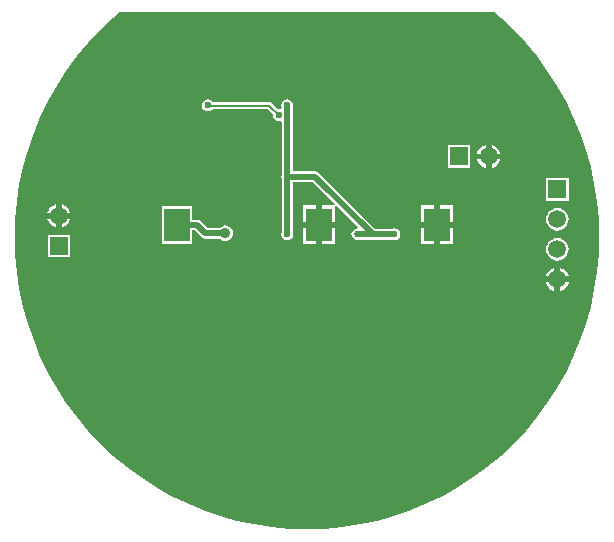
<source format=gbl>
G04*
G04 #@! TF.GenerationSoftware,Altium Limited,Altium Designer,18.1.6 (161)*
G04*
G04 Layer_Physical_Order=2*
G04 Layer_Color=16711680*
%FSLAX25Y25*%
%MOIN*%
G70*
G01*
G75*
%ADD14C,0.00787*%
%ADD41C,0.02756*%
%ADD43C,0.01968*%
%ADD53C,0.05906*%
%ADD54R,0.05906X0.05906*%
%ADD55R,0.05906X0.05906*%
%ADD56C,0.03543*%
%ADD57C,0.02362*%
%ADD58C,0.02598*%
%ADD59R,0.08661X0.11024*%
G36*
X163037Y171357D02*
X167322Y167322D01*
X171357Y163037D01*
X175125Y158516D01*
X178613Y153775D01*
X181809Y148832D01*
X184700Y143706D01*
X187276Y138414D01*
X189529Y132976D01*
X191449Y127412D01*
X193029Y121743D01*
X194265Y115988D01*
X195150Y110170D01*
X195683Y104308D01*
X195861Y98425D01*
X195683Y92542D01*
X195150Y86681D01*
X194265Y80862D01*
X193029Y75107D01*
X191449Y69438D01*
X189529Y63874D01*
X187276Y58437D01*
X184700Y53145D01*
X181809Y48018D01*
X178613Y43076D01*
X175125Y38335D01*
X171357Y33814D01*
X167322Y29528D01*
X163037Y25494D01*
X158516Y21726D01*
X153775Y18237D01*
X148832Y15042D01*
X143706Y12150D01*
X138414Y9574D01*
X132976Y7322D01*
X127412Y5402D01*
X121743Y3821D01*
X115988Y2586D01*
X110170Y1700D01*
X104308Y1168D01*
X98425Y990D01*
X92542Y1168D01*
X86681Y1700D01*
X80862Y2586D01*
X75107Y3821D01*
X69438Y5402D01*
X63874Y7322D01*
X58437Y9574D01*
X53145Y12150D01*
X48018Y15042D01*
X43076Y18237D01*
X38335Y21726D01*
X33814Y25494D01*
X29528Y29528D01*
X25494Y33814D01*
X21726Y38335D01*
X18237Y43076D01*
X15042Y48018D01*
X12150Y53145D01*
X9574Y58437D01*
X7322Y63874D01*
X5402Y69438D01*
X3821Y75107D01*
X2586Y80862D01*
X1700Y86681D01*
X1168Y92542D01*
X990Y98425D01*
X1168Y104308D01*
X1700Y110170D01*
X2586Y115988D01*
X3821Y121743D01*
X5402Y127412D01*
X7322Y132976D01*
X9574Y138414D01*
X12150Y143706D01*
X15042Y148832D01*
X18237Y153775D01*
X21726Y158516D01*
X25494Y163037D01*
X29528Y167322D01*
X33814Y171357D01*
X36059Y173228D01*
X160791D01*
X163037Y171357D01*
D02*
G37*
%LPC*%
G36*
X91831Y144231D02*
X91063Y144079D01*
X90412Y143644D01*
X89976Y142992D01*
X89824Y142224D01*
X89976Y141456D01*
X90024Y141385D01*
Y141265D01*
X89524Y140894D01*
X89075Y140983D01*
X88821Y140933D01*
X86777Y142977D01*
X86386Y143239D01*
X85925Y143330D01*
X85925Y143330D01*
X67081D01*
X66872Y143644D01*
X66221Y144079D01*
X65453Y144231D01*
X64685Y144079D01*
X64034Y143644D01*
X63599Y142992D01*
X63446Y142224D01*
X63599Y141456D01*
X64034Y140805D01*
X64685Y140370D01*
X65453Y140217D01*
X66221Y140370D01*
X66872Y140805D01*
X66950Y140922D01*
X85426D01*
X87118Y139230D01*
X87068Y138976D01*
X87221Y138208D01*
X87656Y137557D01*
X88307Y137122D01*
X89075Y136969D01*
X89524Y137059D01*
X90024Y136688D01*
Y119245D01*
X89976Y119174D01*
X89824Y118405D01*
X89976Y117638D01*
X90024Y117566D01*
Y100052D01*
X89976Y99981D01*
X89824Y99213D01*
X89976Y98444D01*
X90412Y97793D01*
X91063Y97358D01*
X91831Y97206D01*
X92599Y97358D01*
X93250Y97793D01*
X93685Y98444D01*
X93838Y99213D01*
X93685Y99981D01*
X93637Y100052D01*
Y116599D01*
X100531D01*
X107801Y109329D01*
X107549Y108874D01*
X107252Y108874D01*
X103346D01*
Y103346D01*
X107693D01*
Y108398D01*
X107693Y108730D01*
X108148Y108983D01*
X115437Y101694D01*
X115245Y101178D01*
X114685Y101067D01*
X114424Y100893D01*
X114368Y100882D01*
X113782Y100490D01*
X113390Y99904D01*
X113253Y99213D01*
X113390Y98521D01*
X113782Y97935D01*
X114368Y97544D01*
X114424Y97533D01*
X114685Y97358D01*
X115453Y97206D01*
X116221Y97358D01*
X116293Y97406D01*
X126719D01*
X126791Y97358D01*
X127559Y97206D01*
X128327Y97358D01*
X128978Y97793D01*
X129413Y98444D01*
X129566Y99213D01*
X129413Y99981D01*
X128978Y100632D01*
X128327Y101067D01*
X127559Y101220D01*
X126791Y101067D01*
X126719Y101019D01*
X121221D01*
X102557Y119683D01*
X101971Y120074D01*
X101279Y120212D01*
X93637D01*
Y141385D01*
X93685Y141456D01*
X93838Y142224D01*
X93685Y142992D01*
X93250Y143644D01*
X92599Y144079D01*
X91831Y144231D01*
D02*
G37*
G36*
X160020Y129054D02*
Y126181D01*
X162893D01*
X162886Y126229D01*
X162488Y127190D01*
X161855Y128016D01*
X161029Y128650D01*
X160067Y129048D01*
X160020Y129054D01*
D02*
G37*
G36*
X158051D02*
X158004Y129048D01*
X157042Y128650D01*
X156216Y128016D01*
X155583Y127190D01*
X155184Y126229D01*
X155178Y126181D01*
X158051D01*
Y129054D01*
D02*
G37*
G36*
X152776Y128937D02*
X145295D01*
Y121457D01*
X152776D01*
Y128937D01*
D02*
G37*
G36*
X162893Y124213D02*
X160020D01*
Y121340D01*
X160067Y121346D01*
X161029Y121744D01*
X161855Y122378D01*
X162488Y123203D01*
X162886Y124165D01*
X162893Y124213D01*
D02*
G37*
G36*
X158051D02*
X155178D01*
X155184Y124165D01*
X155583Y123203D01*
X156216Y122378D01*
X157042Y121744D01*
X158004Y121346D01*
X158051Y121340D01*
Y124213D01*
D02*
G37*
G36*
X185630Y117953D02*
X178150D01*
Y110473D01*
X185630D01*
Y117953D01*
D02*
G37*
G36*
X16732Y109251D02*
Y106378D01*
X19605D01*
X19599Y106426D01*
X19201Y107387D01*
X18567Y108213D01*
X17741Y108846D01*
X16780Y109245D01*
X16732Y109251D01*
D02*
G37*
G36*
X14764Y109251D02*
X14716Y109245D01*
X13755Y108846D01*
X12929Y108213D01*
X12295Y107387D01*
X11897Y106426D01*
X11891Y106378D01*
X14764D01*
Y109251D01*
D02*
G37*
G36*
X147063Y108874D02*
X142717D01*
Y103347D01*
X147063D01*
Y108874D01*
D02*
G37*
G36*
X140748D02*
X136402D01*
Y103347D01*
X140748D01*
Y108874D01*
D02*
G37*
G36*
X101378Y108874D02*
X97031D01*
Y103346D01*
X101378D01*
Y108874D01*
D02*
G37*
G36*
X14764Y104410D02*
X11891D01*
X11897Y104362D01*
X12295Y103400D01*
X12929Y102575D01*
X13755Y101941D01*
X14716Y101543D01*
X14764Y101536D01*
Y104410D01*
D02*
G37*
G36*
X19605D02*
X16732D01*
Y101536D01*
X16780Y101543D01*
X17741Y101941D01*
X18567Y102575D01*
X19201Y103400D01*
X19599Y104362D01*
X19605Y104410D01*
D02*
G37*
G36*
X181890Y107985D02*
X180913Y107857D01*
X180004Y107480D01*
X179222Y106880D01*
X178623Y106099D01*
X178246Y105189D01*
X178117Y104213D01*
X178246Y103236D01*
X178623Y102326D01*
X179222Y101545D01*
X180004Y100946D01*
X180913Y100569D01*
X181890Y100440D01*
X182866Y100569D01*
X183776Y100946D01*
X184557Y101545D01*
X185157Y102326D01*
X185534Y103236D01*
X185662Y104213D01*
X185534Y105189D01*
X185157Y106099D01*
X184557Y106880D01*
X183776Y107480D01*
X182866Y107857D01*
X181890Y107985D01*
D02*
G37*
G36*
X60236Y108661D02*
X50000D01*
Y96063D01*
X60236D01*
Y100556D01*
X61063D01*
X63290Y98329D01*
X63876Y97937D01*
X64567Y97800D01*
X69420D01*
X69435Y97781D01*
X69969Y97371D01*
X70592Y97113D01*
X71260Y97025D01*
X71928Y97113D01*
X72550Y97371D01*
X73085Y97781D01*
X73495Y98316D01*
X73753Y98938D01*
X73841Y99606D01*
X73753Y100274D01*
X73495Y100897D01*
X73085Y101431D01*
X72550Y101842D01*
X71928Y102100D01*
X71260Y102187D01*
X70592Y102100D01*
X69969Y101842D01*
X69435Y101431D01*
X69420Y101413D01*
X65315D01*
X63088Y103639D01*
X62502Y104031D01*
X61811Y104169D01*
X60236D01*
Y108661D01*
D02*
G37*
G36*
X147063Y101378D02*
X142717D01*
Y95850D01*
X147063D01*
Y101378D01*
D02*
G37*
G36*
X140748D02*
X136402D01*
Y95850D01*
X140748D01*
Y101378D01*
D02*
G37*
G36*
X107693Y101378D02*
X103346D01*
Y95850D01*
X107693D01*
Y101378D01*
D02*
G37*
G36*
X101378D02*
X97031D01*
Y95850D01*
X101378D01*
Y101378D01*
D02*
G37*
G36*
X19488Y99134D02*
X12008D01*
Y91654D01*
X19488D01*
Y99134D01*
D02*
G37*
G36*
X181890Y97985D02*
X180913Y97856D01*
X180004Y97480D01*
X179222Y96880D01*
X178623Y96099D01*
X178246Y95189D01*
X178117Y94213D01*
X178246Y93236D01*
X178623Y92326D01*
X179222Y91545D01*
X180004Y90946D01*
X180913Y90569D01*
X181890Y90440D01*
X182866Y90569D01*
X183776Y90946D01*
X184557Y91545D01*
X185157Y92326D01*
X185534Y93236D01*
X185662Y94213D01*
X185534Y95189D01*
X185157Y96099D01*
X184557Y96880D01*
X183776Y97480D01*
X182866Y97856D01*
X181890Y97985D01*
D02*
G37*
G36*
X182874Y88070D02*
Y85197D01*
X185747D01*
X185741Y85245D01*
X185343Y86206D01*
X184709Y87032D01*
X183883Y87665D01*
X182922Y88064D01*
X182874Y88070D01*
D02*
G37*
G36*
X180905D02*
X180858Y88064D01*
X179896Y87665D01*
X179071Y87032D01*
X178437Y86206D01*
X178039Y85245D01*
X178033Y85197D01*
X180905D01*
Y88070D01*
D02*
G37*
G36*
X185747Y83228D02*
X182874D01*
Y80355D01*
X182922Y80362D01*
X183883Y80760D01*
X184709Y81393D01*
X185343Y82219D01*
X185741Y83181D01*
X185747Y83228D01*
D02*
G37*
G36*
X180905D02*
X178033D01*
X178039Y83181D01*
X178437Y82219D01*
X179071Y81393D01*
X179896Y80760D01*
X180858Y80362D01*
X180905Y80355D01*
Y83228D01*
D02*
G37*
%LPD*%
D14*
X65453Y142126D02*
X85925D01*
X89075Y138976D01*
D41*
X72146Y170473D02*
D03*
X29626Y155118D02*
D03*
X39862Y155318D02*
D03*
X50886D02*
D03*
X166142Y155448D02*
D03*
X156398Y155512D02*
D03*
X145768Y155318D02*
D03*
X84350Y106299D02*
D03*
X72539D02*
D03*
X131988Y170473D02*
D03*
X127264D02*
D03*
X122539D02*
D03*
X117815D02*
D03*
X113091D02*
D03*
X108366D02*
D03*
X103642D02*
D03*
X98917D02*
D03*
X94193D02*
D03*
X89468D02*
D03*
X68209D02*
D03*
X84744D02*
D03*
X76083D02*
D03*
D43*
X120472Y99213D02*
X127559D01*
X115453D02*
X120472D01*
X91831Y118405D02*
X101279D01*
X120472Y99213D01*
X64567Y99606D02*
X71260D01*
X61811Y102362D02*
X64567Y99606D01*
X55118Y102362D02*
X61811D01*
X91831Y99213D02*
Y118405D01*
X115059Y99213D02*
X115453D01*
X91831Y118405D02*
Y142224D01*
D53*
X181890Y94213D02*
D03*
Y84213D02*
D03*
Y104213D02*
D03*
X15748Y105394D02*
D03*
X159035Y125197D02*
D03*
D54*
X181890Y114213D02*
D03*
X15748Y95394D02*
D03*
D55*
X149035Y125197D02*
D03*
D56*
X71260Y99606D02*
D03*
X89075Y86221D02*
D03*
D57*
X150492Y110236D02*
D03*
X127559Y111024D02*
D03*
Y99213D02*
D03*
X65453Y142224D02*
D03*
X89075Y138976D02*
D03*
X115453Y99213D02*
D03*
X91831Y142224D02*
D03*
Y118405D02*
D03*
Y99213D02*
D03*
D58*
X104429Y137402D02*
D03*
X99705D02*
D03*
Y132677D02*
D03*
X104429D02*
D03*
X113878Y137402D02*
D03*
X109153D02*
D03*
Y132677D02*
D03*
X113878D02*
D03*
X99705Y127953D02*
D03*
Y123228D02*
D03*
X104429Y127953D02*
D03*
Y123228D02*
D03*
X113878Y127953D02*
D03*
X109153D02*
D03*
X113878Y123228D02*
D03*
X109153D02*
D03*
D59*
X55118Y102362D02*
D03*
X102362Y102362D02*
D03*
X141732Y102362D02*
D03*
M02*

</source>
